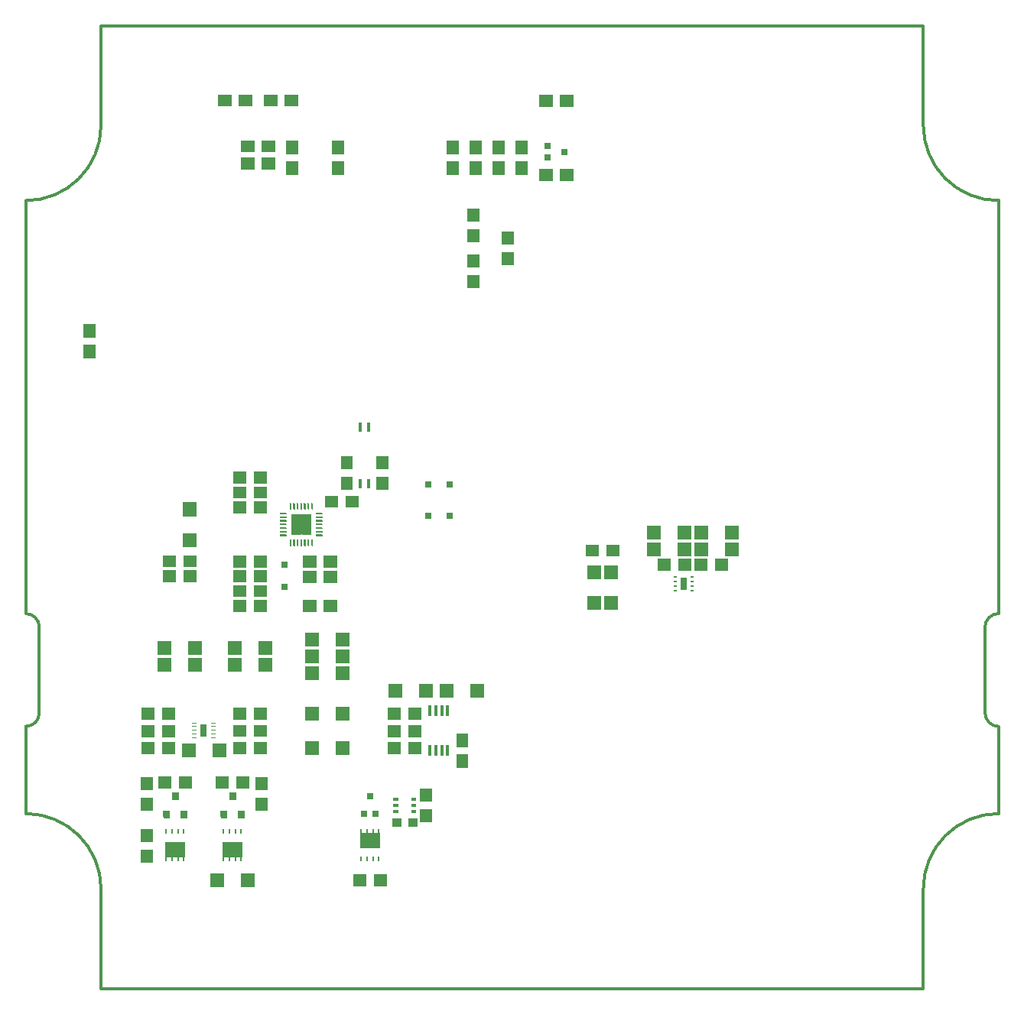
<source format=gbr>
G04 EasyPC Gerber Version 21.0.3 Build 4286 *
G04 #@! TF.Part,Single*
G04 #@! TF.FileFunction,Paste,Bot *
G04 #@! TF.FilePolarity,Positive *
%FSLAX35Y35*%
%MOIN*%
G04 #@! TA.AperFunction,SMDPad*
%ADD133R,0.00187X0.02550*%
%ADD125R,0.01054X0.02156*%
%ADD126R,0.01054X0.03337*%
%ADD129R,0.01172X0.05109*%
%ADD136R,0.01762X0.04124*%
%ADD130R,0.02550X0.02943*%
%ADD138R,0.02943X0.02943*%
%ADD123R,0.02943X0.05306*%
%ADD140R,0.02943X0.05699*%
%ADD119R,0.04900X0.05400*%
%ADD124R,0.05700X0.05700*%
%ADD134R,0.08652X0.08652*%
G04 #@! TD.AperFunction*
%ADD120C,0.00001*%
%ADD135C,0.00004*%
G04 #@! TA.AperFunction,SMDPad*
%ADD131C,0.00384*%
G04 #@! TD.AperFunction*
%ADD10C,0.01200*%
G04 #@! TA.AperFunction,SMDPad*
%ADD132R,0.02550X0.00187*%
%ADD122R,0.02156X0.00306*%
%ADD139R,0.01369X0.00502*%
%ADD141R,0.01762X0.00975*%
%ADD128R,0.02943X0.02550*%
%ADD137R,0.02943X0.02943*%
%ADD142R,0.03691X0.03337*%
%ADD121R,0.05400X0.04900*%
%ADD127R,0.08731X0.06683*%
X0Y0D02*
D02*
D10*
X418710Y123434D02*
Y160835D01*
G75*
G02X424616Y166741I5906*
G01*
Y346899*
G75*
G02X391820Y379694J32795*
G01*
Y423198*
X33395*
X33395Y379694*
G75*
G02X600Y346898I-32795*
G01*
Y166741*
G75*
G02X6506Y160836J-5906*
G01*
Y123434*
G75*
G02X600Y117529I-5906*
G01*
Y79497*
G75*
G02X33395Y46702J-32795*
G01*
Y3198*
X391820*
Y46702*
G75*
G02X424616Y79497I32795*
G01*
Y117529*
G75*
G02X418710Y123434J5905*
G01*
D02*
D119*
X28100Y281198D03*
Y290198D03*
X53100Y61198D03*
Y70198D03*
Y83698D03*
Y92698D03*
X103100Y83698D03*
Y92698D03*
X116670Y361198D03*
Y370198D03*
X136670Y361198D03*
Y370198D03*
X140413Y223698D03*
Y232698D03*
X155787Y223698D03*
Y232698D03*
X174996Y78698D03*
Y87698D03*
X186670Y361198D03*
Y370198D03*
X190702Y102537D03*
Y111537D03*
X195600Y311698D03*
Y320698D03*
Y331698D03*
Y340698D03*
X196670Y361198D03*
Y370198D03*
X206670Y361198D03*
Y370198D03*
X210600Y321698D03*
Y330698D03*
X216670Y361198D03*
Y370198D03*
D02*
D120*
X30550Y278498D02*
X25626D01*
Y283910*
X30550*
Y278498*
G36*
X25626*
Y283910*
X30550*
Y278498*
G37*
Y287498D02*
X25626D01*
Y292910*
X30550*
Y287498*
G36*
X25626*
Y292910*
X30550*
Y287498*
G37*
X50650Y63898D02*
X55574D01*
Y58486*
X50650*
Y63898*
G36*
X55574*
Y58486*
X50650*
Y63898*
G37*
Y72898D02*
X55574D01*
Y67486*
X50650*
Y72898*
G36*
X55574*
Y67486*
X50650*
Y72898*
G37*
Y86398D02*
X55574D01*
Y80986*
X50650*
Y86398*
G36*
X55574*
Y80986*
X50650*
Y86398*
G37*
Y95398D02*
X55574D01*
Y89986*
X50650*
Y95398*
G36*
X55574*
Y89986*
X50650*
Y95398*
G37*
X56300Y110648D02*
Y105724D01*
X50888*
Y110648*
X56300*
G36*
Y105724*
X50888*
Y110648*
X56300*
G37*
Y118148D02*
Y113224D01*
X50888*
Y118148*
X56300*
G36*
Y113224*
X50888*
Y118148*
X56300*
G37*
Y125648D02*
Y120724D01*
X50888*
Y125648*
X56300*
G36*
Y120724*
X50888*
Y125648*
X56300*
G37*
X60325Y180748D02*
Y185672D01*
X65737*
Y180748*
X60325*
G36*
Y185672*
X65737*
Y180748*
X60325*
G37*
Y187248D02*
Y192172D01*
X65737*
Y187248*
X60325*
G36*
Y192172*
X65737*
Y187248*
X60325*
G37*
X63135Y77789D02*
X60585D01*
Y80733*
X63135*
Y77789*
G36*
X60585*
Y80733*
X63135*
Y77789*
G37*
X63675Y147348D02*
Y141648D01*
X57975*
Y147348*
X63675*
G36*
Y141648*
X57975*
Y147348*
X63675*
G37*
Y154748D02*
Y149048D01*
X57975*
Y154748*
X63675*
G36*
Y149048*
X57975*
Y154748*
X63675*
G37*
X63800Y95648D02*
Y90724D01*
X58388*
Y95648*
X63800*
G36*
Y90724*
X58388*
Y95648*
X63800*
G37*
X65300Y110648D02*
Y105724D01*
X59888*
Y110648*
X65300*
G36*
Y105724*
X59888*
Y110648*
X65300*
G37*
Y118148D02*
Y113224D01*
X59888*
Y118148*
X65300*
G36*
Y113224*
X59888*
Y118148*
X65300*
G37*
Y125648D02*
Y120724D01*
X59888*
Y125648*
X65300*
G36*
Y120724*
X59888*
Y125648*
X65300*
G37*
X66875Y85663D02*
X64325D01*
Y88607*
X66875*
Y85663*
G36*
X64325*
Y88607*
X66875*
Y85663*
G37*
X69325Y180748D02*
Y185672D01*
X74737*
Y180748*
X69325*
G36*
Y185672*
X74737*
Y180748*
X69325*
G37*
Y187248D02*
Y192172D01*
X74737*
Y187248*
X69325*
G36*
Y192172*
X74737*
Y187248*
X69325*
G37*
X70615Y77789D02*
X68065D01*
Y80733*
X70615*
Y77789*
G36*
X68065*
Y80733*
X70615*
Y77789*
G37*
X72800Y95648D02*
Y90724D01*
X67388*
Y95648*
X72800*
G36*
Y90724*
X67388*
Y95648*
X72800*
G37*
X74250Y110008D02*
Y104308D01*
X68550*
Y110008*
X74250*
G36*
Y104308*
X68550*
Y110008*
X74250*
G37*
X74700Y196148D02*
X69000D01*
Y201848*
X74700*
Y196148*
G36*
X69000*
Y201848*
X74700*
Y196148*
G37*
Y209548D02*
X69000D01*
Y215248*
X74700*
Y209548*
G36*
X69000*
Y215248*
X74700*
Y209548*
G37*
X77075Y147348D02*
Y141648D01*
X71375*
Y147348*
X77075*
G36*
Y141648*
X71375*
Y147348*
X77075*
G37*
Y154748D02*
Y149048D01*
X71375*
Y154748*
X77075*
G36*
Y149048*
X71375*
Y154748*
X77075*
G37*
X81050Y47848D02*
Y53548D01*
X86750*
Y47848*
X81050*
G36*
Y53548*
X86750*
Y47848*
X81050*
G37*
X83400Y90748D02*
Y95672D01*
X88812*
Y90748*
X83400*
G36*
Y95672*
X88812*
Y90748*
X83400*
G37*
X84470Y388248D02*
Y393172D01*
X89882*
Y388248*
X84470*
G36*
Y393172*
X89882*
Y388248*
X84470*
G37*
X87650Y110008D02*
Y104308D01*
X81950*
Y110008*
X87650*
G36*
Y104308*
X81950*
Y110008*
X87650*
G37*
X88135Y77789D02*
X85585D01*
Y80733*
X88135*
Y77789*
G36*
X85585*
Y80733*
X88135*
Y77789*
G37*
X90900Y105748D02*
Y110672D01*
X96312*
Y105748*
X90900*
G36*
Y110672*
X96312*
Y105748*
X90900*
G37*
Y113248D02*
Y118172D01*
X96312*
Y113248*
X90900*
G36*
Y118172*
X96312*
Y113248*
X90900*
G37*
Y120748D02*
Y125672D01*
X96312*
Y120748*
X90900*
G36*
Y125672*
X96312*
Y120748*
X90900*
G37*
Y174248D02*
Y179172D01*
X96312*
Y174248*
X90900*
G36*
Y179172*
X96312*
Y174248*
X90900*
G37*
Y180748D02*
Y185672D01*
X96312*
Y180748*
X90900*
G36*
Y185672*
X96312*
Y180748*
X90900*
G37*
Y210748D02*
Y215672D01*
X96312*
Y210748*
X90900*
G36*
Y215672*
X96312*
Y210748*
X90900*
G37*
Y217248D02*
Y222172D01*
X96312*
Y217248*
X90900*
G36*
Y222172*
X96312*
Y217248*
X90900*
G37*
Y223748D02*
Y228672D01*
X96312*
Y223748*
X90900*
G36*
Y228672*
X96312*
Y223748*
X90900*
G37*
X91875Y85663D02*
X89325D01*
Y88607*
X91875*
Y85663*
G36*
X89325*
Y88607*
X91875*
Y85663*
G37*
X92400Y90748D02*
Y95672D01*
X97812*
Y90748*
X92400*
G36*
Y95672*
X97812*
Y90748*
X92400*
G37*
X93470Y388248D02*
Y393172D01*
X98882*
Y388248*
X93470*
G36*
Y393172*
X98882*
Y388248*
X93470*
G37*
X94250Y147348D02*
Y141648D01*
X88550*
Y147348*
X94250*
G36*
Y141648*
X88550*
Y147348*
X94250*
G37*
Y154748D02*
Y149048D01*
X88550*
Y154748*
X94250*
G36*
Y149048*
X88550*
Y154748*
X94250*
G37*
X94450Y47848D02*
Y53548D01*
X100150*
Y47848*
X94450*
G36*
Y53548*
X100150*
Y47848*
X94450*
G37*
X94470Y360748D02*
Y365672D01*
X99882*
Y360748*
X94470*
G36*
Y365672*
X99882*
Y360748*
X94470*
G37*
Y368248D02*
Y373172D01*
X99882*
Y368248*
X94470*
G36*
Y373172*
X99882*
Y368248*
X94470*
G37*
X95615Y77789D02*
X93065D01*
Y80733*
X95615*
Y77789*
G36*
X93065*
Y80733*
X95615*
Y77789*
G37*
X96300Y172648D02*
Y167724D01*
X90888*
Y172648*
X96300*
G36*
Y167724*
X90888*
Y172648*
X96300*
G37*
Y192148D02*
Y187224D01*
X90888*
Y192148*
X96300*
G36*
Y187224*
X90888*
Y192148*
X96300*
G37*
X99900Y105748D02*
Y110672D01*
X105312*
Y105748*
X99900*
G36*
Y110672*
X105312*
Y105748*
X99900*
G37*
Y113248D02*
Y118172D01*
X105312*
Y113248*
X99900*
G36*
Y118172*
X105312*
Y113248*
X99900*
G37*
Y120748D02*
Y125672D01*
X105312*
Y120748*
X99900*
G36*
Y125672*
X105312*
Y120748*
X99900*
G37*
Y174248D02*
Y179172D01*
X105312*
Y174248*
X99900*
G36*
Y179172*
X105312*
Y174248*
X99900*
G37*
Y180748D02*
Y185672D01*
X105312*
Y180748*
X99900*
G36*
Y185672*
X105312*
Y180748*
X99900*
G37*
Y210748D02*
Y215672D01*
X105312*
Y210748*
X99900*
G36*
Y215672*
X105312*
Y210748*
X99900*
G37*
Y217248D02*
Y222172D01*
X105312*
Y217248*
X99900*
G36*
Y222172*
X105312*
Y217248*
X99900*
G37*
Y223748D02*
Y228672D01*
X105312*
Y223748*
X99900*
G36*
Y228672*
X105312*
Y223748*
X99900*
G37*
X103470Y360748D02*
Y365672D01*
X108882*
Y360748*
X103470*
G36*
Y365672*
X108882*
Y360748*
X103470*
G37*
Y368248D02*
Y373172D01*
X108882*
Y368248*
X103470*
G36*
Y373172*
X108882*
Y368248*
X103470*
G37*
X104470Y388248D02*
Y393172D01*
X109882*
Y388248*
X104470*
G36*
Y393172*
X109882*
Y388248*
X104470*
G37*
X105300Y172648D02*
Y167724D01*
X99888*
Y172648*
X105300*
G36*
Y167724*
X99888*
Y172648*
X105300*
G37*
Y192148D02*
Y187224D01*
X99888*
Y192148*
X105300*
G36*
Y187224*
X99888*
Y192148*
X105300*
G37*
X105550Y80998D02*
X100626D01*
Y86410*
X105550*
Y80998*
G36*
X100626*
Y86410*
X105550*
Y80998*
G37*
Y89998D02*
X100626D01*
Y95410*
X105550*
Y89998*
G36*
X100626*
Y95410*
X105550*
Y89998*
G37*
X107650Y147348D02*
Y141648D01*
X101950*
Y147348*
X107650*
G36*
Y141648*
X101950*
Y147348*
X107650*
G37*
Y154748D02*
Y149048D01*
X101950*
Y154748*
X107650*
G36*
Y149048*
X101950*
Y154748*
X107650*
G37*
X113470Y388248D02*
Y393172D01*
X118882*
Y388248*
X113470*
G36*
Y393172*
X118882*
Y388248*
X113470*
G37*
X119120Y358498D02*
X114196D01*
Y363910*
X119120*
Y358498*
G36*
X114196*
Y363910*
X119120*
Y358498*
G37*
Y367498D02*
X114196D01*
Y372910*
X119120*
Y367498*
G36*
X114196*
Y372910*
X119120*
Y367498*
G37*
X121475Y167748D02*
Y172672D01*
X126887*
Y167748*
X121475*
G36*
Y172672*
X126887*
Y167748*
X121475*
G37*
Y180549D02*
Y185474D01*
X126887*
Y180549*
X121475*
G36*
Y185474*
X126887*
Y180549*
X121475*
G37*
Y187049D02*
Y191974D01*
X126887*
Y187049*
X121475*
G36*
Y191974*
X126887*
Y187049*
X121475*
G37*
X128000Y111048D02*
Y105348D01*
X122300*
Y111048*
X128000*
G36*
Y105348*
X122300*
Y111048*
X128000*
G37*
Y126048D02*
Y120348D01*
X122300*
Y126048*
X128000*
G36*
Y120348*
X122300*
Y126048*
X128000*
G37*
Y143748D02*
Y138048D01*
X122300*
Y143748*
X128000*
G36*
Y138048*
X122300*
Y143748*
X128000*
G37*
Y151048D02*
Y145348D01*
X122300*
Y151048*
X128000*
G36*
Y145348*
X122300*
Y151048*
X128000*
G37*
Y158348D02*
Y152648D01*
X122300*
Y158348*
X128000*
G36*
Y152648*
X122300*
Y158348*
X128000*
G37*
X130475Y167748D02*
Y172672D01*
X135887*
Y167748*
X130475*
G36*
Y172672*
X135887*
Y167748*
X130475*
G37*
Y180549D02*
Y185474D01*
X135887*
Y180549*
X130475*
G36*
Y185474*
X135887*
Y180549*
X130475*
G37*
Y187049D02*
Y191974D01*
X135887*
Y187049*
X130475*
G36*
Y191974*
X135887*
Y187049*
X130475*
G37*
X130900Y213248D02*
Y218172D01*
X136312*
Y213248*
X130900*
G36*
Y218172*
X136312*
Y213248*
X130900*
G37*
X139120Y358498D02*
X134196D01*
Y363910*
X139120*
Y358498*
G36*
X134196*
Y363910*
X139120*
Y358498*
G37*
Y367498D02*
X134196D01*
Y372910*
X139120*
Y367498*
G36*
X134196*
Y372910*
X139120*
Y367498*
G37*
X139900Y213248D02*
Y218172D01*
X145312*
Y213248*
X139900*
G36*
Y218172*
X145312*
Y213248*
X139900*
G37*
X141400Y111048D02*
Y105348D01*
X135700*
Y111048*
X141400*
G36*
Y105348*
X135700*
Y111048*
X141400*
G37*
Y126048D02*
Y120348D01*
X135700*
Y126048*
X141400*
G36*
Y120348*
X135700*
Y126048*
X141400*
G37*
Y143748D02*
Y138048D01*
X135700*
Y143748*
X141400*
G36*
Y138048*
X135700*
Y143748*
X141400*
G37*
Y151048D02*
Y145348D01*
X135700*
Y151048*
X141400*
G36*
Y145348*
X135700*
Y151048*
X141400*
G37*
Y158348D02*
Y152648D01*
X135700*
Y158348*
X141400*
G36*
Y152648*
X135700*
Y158348*
X141400*
G37*
X142863Y220998D02*
X137939D01*
Y226410*
X142863*
Y220998*
G36*
X137939*
Y226410*
X142863*
Y220998*
G37*
Y229998D02*
X137939D01*
Y235410*
X142863*
Y229998*
G36*
X137939*
Y235410*
X142863*
Y229998*
G37*
X148800Y53148D02*
Y48224D01*
X143388*
Y53148*
X148800*
G36*
Y48224*
X143388*
Y53148*
X148800*
G37*
X157800D02*
Y48224D01*
X152388*
Y53148*
X157800*
G36*
Y48224*
X152388*
Y53148*
X157800*
G37*
X158237Y220998D02*
X153313D01*
Y226410*
X158237*
Y220998*
G36*
X153313*
Y226410*
X158237*
Y220998*
G37*
Y229998D02*
X153313D01*
Y235410*
X158237*
Y229998*
G36*
X153313*
Y235410*
X158237*
Y229998*
G37*
X158400Y105748D02*
Y110672D01*
X163812*
Y105748*
X158400*
G36*
Y110672*
X163812*
Y105748*
X158400*
G37*
Y120748D02*
Y125672D01*
X163812*
Y120748*
X158400*
G36*
Y125672*
X163812*
Y120748*
X158400*
G37*
X163800Y118148D02*
Y113224D01*
X158388*
Y118148*
X163800*
G36*
Y113224*
X158388*
Y118148*
X163800*
G37*
X163950Y77372D02*
Y74048D01*
X160270*
Y77372*
X163950*
G36*
Y74048*
X160270*
Y77372*
X163950*
G37*
X164250Y136048D02*
Y130348D01*
X158550*
Y136048*
X164250*
G36*
Y130348*
X158550*
Y136048*
X164250*
G37*
X167400Y105748D02*
Y110672D01*
X172812*
Y105748*
X167400*
G36*
Y110672*
X172812*
Y105748*
X167400*
G37*
Y120748D02*
Y125672D01*
X172812*
Y120748*
X167400*
G36*
Y125672*
X172812*
Y120748*
X167400*
G37*
X170915Y77372D02*
Y74048D01*
X167234*
Y77372*
X170915*
G36*
Y74048*
X167234*
Y77372*
X170915*
G37*
X172800Y118148D02*
Y113224D01*
X167388*
Y118148*
X172800*
G36*
Y113224*
X167388*
Y118148*
X172800*
G37*
X177446Y75998D02*
X172522D01*
Y81410*
X177446*
Y75998*
G36*
X172522*
Y81410*
X177446*
Y75998*
G37*
Y84998D02*
X172522D01*
Y90410*
X177446*
Y84998*
G36*
X172522*
Y90410*
X177446*
Y84998*
G37*
X177650Y136048D02*
Y130348D01*
X171950*
Y136048*
X177650*
G36*
Y130348*
X171950*
Y136048*
X177650*
G37*
X181050Y130348D02*
Y136048D01*
X186750*
Y130348*
X181050*
G36*
Y136048*
X186750*
Y130348*
X181050*
G37*
X188252Y105237D02*
X193176D01*
Y99825*
X188252*
Y105237*
G36*
X193176*
Y99825*
X188252*
Y105237*
G37*
Y114237D02*
X193176D01*
Y108825*
X188252*
Y114237*
G36*
X193176*
Y108825*
X188252*
Y114237*
G37*
X189120Y358498D02*
X184196D01*
Y363910*
X189120*
Y358498*
G36*
X184196*
Y363910*
X189120*
Y358498*
G37*
Y367498D02*
X184196D01*
Y372910*
X189120*
Y367498*
G36*
X184196*
Y372910*
X189120*
Y367498*
G37*
X193150Y314398D02*
X198074D01*
Y308986*
X193150*
Y314398*
G36*
X198074*
Y308986*
X193150*
Y314398*
G37*
Y323398D02*
X198074D01*
Y317986*
X193150*
Y323398*
G36*
X198074*
Y317986*
X193150*
Y323398*
G37*
X194450Y130348D02*
Y136048D01*
X200150*
Y130348*
X194450*
G36*
Y136048*
X200150*
Y130348*
X194450*
G37*
X198050Y328998D02*
X193126D01*
Y334410*
X198050*
Y328998*
G36*
X193126*
Y334410*
X198050*
Y328998*
G37*
Y337998D02*
X193126D01*
Y343410*
X198050*
Y337998*
G36*
X193126*
Y343410*
X198050*
Y337998*
G37*
X199120Y358498D02*
X194196D01*
Y363910*
X199120*
Y358498*
G36*
X194196*
Y363910*
X199120*
Y358498*
G37*
Y367498D02*
X194196D01*
Y372910*
X199120*
Y367498*
G36*
X194196*
Y372910*
X199120*
Y367498*
G37*
X209120Y358498D02*
X204196D01*
Y363910*
X209120*
Y358498*
G36*
X204196*
Y363910*
X209120*
Y358498*
G37*
Y367498D02*
X204196D01*
Y372910*
X209120*
Y367498*
G36*
X204196*
Y372910*
X209120*
Y367498*
G37*
X213050Y318998D02*
X208126D01*
Y324410*
X213050*
Y318998*
G36*
X208126*
Y324410*
X213050*
Y318998*
G37*
Y327998D02*
X208126D01*
Y333410*
X213050*
Y327998*
G36*
X208126*
Y333410*
X213050*
Y327998*
G37*
X219120Y358498D02*
X214196D01*
Y363910*
X219120*
Y358498*
G36*
X214196*
Y363910*
X219120*
Y358498*
G37*
Y367498D02*
X214196D01*
Y372910*
X219120*
Y367498*
G36*
X214196*
Y372910*
X219120*
Y367498*
G37*
X224470Y355748D02*
Y360672D01*
X229882*
Y355748*
X224470*
G36*
Y360672*
X229882*
Y355748*
X224470*
G37*
X229870Y393148D02*
Y388224D01*
X224458*
Y393148*
X229870*
G36*
Y388224*
X224458*
Y393148*
X229870*
G37*
X233470Y355748D02*
Y360672D01*
X238882*
Y355748*
X233470*
G36*
Y360672*
X238882*
Y355748*
X233470*
G37*
X238870Y393148D02*
Y388224D01*
X233458*
Y393148*
X238870*
G36*
Y388224*
X233458*
Y393148*
X238870*
G37*
X250050Y196898D02*
Y191974D01*
X244638*
Y196898*
X250050*
G36*
Y191974*
X244638*
Y196898*
X250050*
G37*
X250950Y168648D02*
X245250D01*
Y174348*
X250950*
Y168648*
G36*
X245250*
Y174348*
X250950*
Y168648*
G37*
Y182048D02*
X245250D01*
Y187748*
X250950*
Y182048*
G36*
X245250*
Y187748*
X250950*
Y182048*
G37*
X258450Y168648D02*
X252750D01*
Y174348*
X258450*
Y168648*
G36*
X252750*
Y174348*
X258450*
Y168648*
G37*
Y182048D02*
X252750D01*
Y187748*
X258450*
Y182048*
G36*
X252750*
Y187748*
X258450*
Y182048*
G37*
X259050Y196898D02*
Y191974D01*
X253638*
Y196898*
X259050*
G36*
Y191974*
X253638*
Y196898*
X259050*
G37*
X277010Y197848D02*
Y192148D01*
X271310*
Y197848*
X277010*
G36*
Y192148*
X271310*
Y197848*
X277010*
G37*
Y205148D02*
Y199448D01*
X271310*
Y205148*
X277010*
G36*
Y199448*
X271310*
Y205148*
X277010*
G37*
X281300Y190648D02*
Y185724D01*
X275888*
Y190648*
X281300*
G36*
Y185724*
X275888*
Y190648*
X281300*
G37*
X290300D02*
Y185724D01*
X284888*
Y190648*
X290300*
G36*
Y185724*
X284888*
Y190648*
X290300*
G37*
X290410Y197848D02*
Y192148D01*
X284710*
Y197848*
X290410*
G36*
Y192148*
X284710*
Y197848*
X290410*
G37*
Y205148D02*
Y199448D01*
X284710*
Y205148*
X290410*
G36*
Y199448*
X284710*
Y205148*
X290410*
G37*
X291900Y185748D02*
Y190672D01*
X297312*
Y185748*
X291900*
G36*
Y190672*
X297312*
Y185748*
X291900*
G37*
X292010Y192148D02*
Y197848D01*
X297710*
Y192148*
X292010*
G36*
Y197848*
X297710*
Y192148*
X292010*
G37*
Y199448D02*
Y205148D01*
X297710*
Y199448*
X292010*
G36*
Y205148*
X297710*
Y199448*
X292010*
G37*
X300900Y185748D02*
Y190672D01*
X306312*
Y185748*
X300900*
G36*
Y190672*
X306312*
Y185748*
X300900*
G37*
X305410Y192148D02*
Y197848D01*
X311110*
Y192148*
X305410*
G36*
Y197848*
X311110*
Y192148*
X305410*
G37*
Y199448D02*
Y205148D01*
X311110*
Y199448*
X305410*
G36*
Y205148*
X311110*
Y199448*
X305410*
G37*
D02*
D121*
X53600Y108198D03*
Y115698D03*
Y123198D03*
X61100Y93198D03*
X62600Y108198D03*
Y115698D03*
Y123198D03*
X63025Y183198D03*
Y189698D03*
X70100Y93198D03*
X72025Y183198D03*
Y189698D03*
X86100Y93198D03*
X87170Y390698D03*
X93600Y108198D03*
Y115698D03*
Y123198D03*
Y170198D03*
Y176698D03*
Y183198D03*
Y189698D03*
Y213198D03*
Y219698D03*
Y226198D03*
X95100Y93198D03*
X96170Y390698D03*
X97170Y363198D03*
Y370698D03*
X102600Y108198D03*
Y115698D03*
Y123198D03*
Y170198D03*
Y176698D03*
Y183198D03*
Y189698D03*
Y213198D03*
Y219698D03*
Y226198D03*
X106170Y363198D03*
Y370698D03*
X107170Y390698D03*
X116170D03*
X124175Y170198D03*
Y182999D03*
Y189499D03*
X133175Y170198D03*
Y182999D03*
Y189499D03*
X133600Y215698D03*
X142600D03*
X146100Y50698D03*
X155100D03*
X161100Y108198D03*
Y115698D03*
Y123198D03*
X170100Y108198D03*
Y115698D03*
Y123198D03*
X227170Y358198D03*
Y390698D03*
X236170Y358198D03*
Y390698D03*
X247350Y194448D03*
X256350D03*
X278600Y188198D03*
X287600D03*
X294600D03*
X303600D03*
D02*
D122*
X73966Y112548D03*
Y114123D03*
Y115698D03*
Y117273D03*
Y118848D03*
X82234Y112548D03*
Y114123D03*
Y115698D03*
Y117273D03*
Y118848D03*
D02*
D123*
X78100Y115698D03*
D02*
D124*
X60825Y144498D03*
Y151898D03*
X71400Y107158D03*
X71850Y198998D03*
Y212398D03*
X74225Y144498D03*
Y151898D03*
X83900Y50698D03*
X84800Y107158D03*
X91400Y144498D03*
Y151898D03*
X97300Y50698D03*
X104800Y144498D03*
Y151898D03*
X125150Y108198D03*
Y123198D03*
Y140898D03*
Y148198D03*
Y155498D03*
X138550Y108198D03*
Y123198D03*
Y140898D03*
Y148198D03*
Y155498D03*
X161400Y133198D03*
X174800D03*
X183900D03*
X197300D03*
X248100Y171498D03*
Y184898D03*
X255600Y171498D03*
Y184898D03*
X274160Y194998D03*
Y202298D03*
X287560Y194998D03*
Y202298D03*
X294860Y194998D03*
Y202298D03*
X308260Y194998D03*
Y202298D03*
D02*
D125*
X61761Y71604D03*
X64320D03*
X66880D03*
X69439D03*
X86761D03*
X89320D03*
X91880D03*
X94439D03*
X146761Y59793D03*
X149320D03*
X151880D03*
X154439D03*
D02*
D126*
X61761Y60383D03*
X64320D03*
X66880D03*
X69439D03*
X86761D03*
X89320D03*
X91880D03*
X94439D03*
X146761Y71013D03*
X149320D03*
X151880D03*
X154439D03*
D02*
D127*
X65600Y63631D03*
X90600D03*
X150600Y67765D03*
D02*
D128*
X148041Y79458D03*
X150600Y86938D03*
X153159Y79458D03*
D02*
D129*
X176761Y107037D03*
Y124359D03*
X179320Y107037D03*
Y124359D03*
X181880Y107037D03*
Y124359D03*
X184439Y107037D03*
Y124359D03*
D02*
D130*
X61860Y79261D03*
X65600Y87135D03*
X69340Y79261D03*
X86860D03*
X90600Y87135D03*
X94340Y79261D03*
X227930Y365639D03*
Y370757D03*
X235410Y368198D03*
D02*
D131*
X144186Y146230D03*
Y148198D03*
Y150167D03*
X146154Y146230D03*
Y148198D03*
Y150167D03*
D02*
D132*
X112726Y200974D03*
Y202548D03*
Y204123D03*
Y205698D03*
Y207273D03*
Y208848D03*
Y210422D03*
X128474Y200974D03*
Y202548D03*
Y204123D03*
Y205698D03*
Y207273D03*
Y208848D03*
Y210422D03*
D02*
D133*
X115876Y197824D03*
Y213572D03*
X117450Y197824D03*
Y213572D03*
X119025Y197824D03*
Y213572D03*
X120600Y197824D03*
Y213572D03*
X122175Y197824D03*
Y213572D03*
X123750Y197824D03*
Y213572D03*
X125324Y197824D03*
Y213572D03*
D02*
D134*
X120600Y205698D03*
D02*
D135*
X114006Y201076D02*
Y200871D01*
X111446*
Y201076*
X114006*
G36*
Y200871*
X111446*
Y201076*
X114006*
G37*
Y202651D02*
Y202446D01*
X111446*
Y202651*
X114006*
G36*
Y202446*
X111446*
Y202651*
X114006*
G37*
Y204226D02*
Y204021D01*
X111446*
Y204226*
X114006*
G36*
Y204021*
X111446*
Y204226*
X114006*
G37*
Y205800D02*
Y205596D01*
X111446*
Y205800*
X114006*
G36*
Y205596*
X111446*
Y205800*
X114006*
G37*
Y207375D02*
Y207170D01*
X111446*
Y207375*
X114006*
G36*
Y207170*
X111446*
Y207375*
X114006*
G37*
Y208950D02*
Y208745D01*
X111446*
Y208950*
X114006*
G36*
Y208745*
X111446*
Y208950*
X114006*
G37*
Y210525D02*
Y210320D01*
X111446*
Y210525*
X114006*
G36*
Y210320*
X111446*
Y210525*
X114006*
G37*
X115978Y196544D02*
X115773D01*
Y199104*
X115978*
Y196544*
G36*
X115773*
Y199104*
X115978*
Y196544*
G37*
Y212293D02*
X115773D01*
Y214852*
X115978*
Y212293*
G36*
X115773*
Y214852*
X115978*
Y212293*
G37*
X117553Y196544D02*
X117348D01*
Y199104*
X117553*
Y196544*
G36*
X117348*
Y199104*
X117553*
Y196544*
G37*
Y212293D02*
X117348D01*
Y214852*
X117553*
Y212293*
G36*
X117348*
Y214852*
X117553*
Y212293*
G37*
X119128Y196544D02*
X118923D01*
Y199104*
X119128*
Y196544*
G36*
X118923*
Y199104*
X119128*
Y196544*
G37*
Y212293D02*
X118923D01*
Y214852*
X119128*
Y212293*
G36*
X118923*
Y214852*
X119128*
Y212293*
G37*
X120206Y205304D02*
Y201564D01*
X116466*
Y205304*
X120206*
G36*
Y201564*
X116466*
Y205304*
X120206*
G37*
Y209832D02*
Y206092D01*
X116466*
Y209832*
X120206*
G36*
Y206092*
X116466*
Y209832*
X120206*
G37*
X120702Y196544D02*
X120498D01*
Y199104*
X120702*
Y196544*
G36*
X120498*
Y199104*
X120702*
Y196544*
G37*
Y212293D02*
X120498D01*
Y214852*
X120702*
Y212293*
G36*
X120498*
Y214852*
X120702*
Y212293*
G37*
X122277Y196544D02*
X122072D01*
Y199104*
X122277*
Y196544*
G36*
X122072*
Y199104*
X122277*
Y196544*
G37*
Y212293D02*
X122072D01*
Y214852*
X122277*
Y212293*
G36*
X122072*
Y214852*
X122277*
Y212293*
G37*
X123852Y196544D02*
X123647D01*
Y199104*
X123852*
Y196544*
G36*
X123647*
Y199104*
X123852*
Y196544*
G37*
Y212293D02*
X123647D01*
Y214852*
X123852*
Y212293*
G36*
X123647*
Y214852*
X123852*
Y212293*
G37*
X124734Y205304D02*
Y201564D01*
X120994*
Y205304*
X124734*
G36*
Y201564*
X120994*
Y205304*
X124734*
G37*
Y209832D02*
Y206092D01*
X120994*
Y209832*
X124734*
G36*
Y206092*
X120994*
Y209832*
X124734*
G37*
X125427Y196544D02*
X125222D01*
Y199104*
X125427*
Y196544*
G36*
X125222*
Y199104*
X125427*
Y196544*
G37*
Y212293D02*
X125222D01*
Y214852*
X125427*
Y212293*
G36*
X125222*
Y214852*
X125427*
Y212293*
G37*
X129754Y201076D02*
Y200871D01*
X127194*
Y201076*
X129754*
G36*
Y200871*
X127194*
Y201076*
X129754*
G37*
Y202651D02*
Y202446D01*
X127194*
Y202651*
X129754*
G36*
Y202446*
X127194*
Y202651*
X129754*
G37*
Y204226D02*
Y204021D01*
X127194*
Y204226*
X129754*
G36*
Y204021*
X127194*
Y204226*
X129754*
G37*
Y205800D02*
Y205596D01*
X127194*
Y205800*
X129754*
G36*
Y205596*
X127194*
Y205800*
X129754*
G37*
Y207375D02*
Y207170D01*
X127194*
Y207375*
X129754*
G36*
Y207170*
X127194*
Y207375*
X129754*
G37*
Y208950D02*
Y208745D01*
X127194*
Y208950*
X129754*
G36*
Y208745*
X127194*
Y208950*
X129754*
G37*
Y210525D02*
Y210320D01*
X127194*
Y210525*
X129754*
G36*
Y210320*
X127194*
Y210525*
X129754*
G37*
X162541Y81123D02*
Y80151D01*
X160781*
Y81123*
X162541*
G36*
Y80151*
X160781*
Y81123*
X162541*
G37*
Y83682D02*
Y82710D01*
X160781*
Y83682*
X162541*
G36*
Y82710*
X160781*
Y83682*
X162541*
G37*
Y86241D02*
Y85269D01*
X160781*
Y86241*
X162541*
G36*
Y85269*
X160781*
Y86241*
X162541*
G37*
X170415Y81123D02*
Y80151D01*
X168655*
Y81123*
X170415*
G36*
Y80151*
X168655*
Y81123*
X170415*
G37*
Y83682D02*
Y82710D01*
X168655*
Y83682*
X170415*
G36*
Y82710*
X168655*
Y83682*
X170415*
G37*
Y86241D02*
Y85269D01*
X168655*
Y86241*
X170415*
G36*
Y85269*
X168655*
Y86241*
X170415*
G37*
D02*
D136*
X146328Y223296D03*
Y248100D03*
X149872Y223296D03*
Y248100D03*
D02*
D137*
X113387Y178474D03*
Y187922D03*
D02*
D138*
X175876Y209448D03*
Y223198D03*
X185324Y209448D03*
Y223198D03*
D02*
D139*
X283620Y176741D03*
Y178710D03*
Y180678D03*
Y182647D03*
X291100Y176741D03*
Y178710D03*
Y180678D03*
Y182647D03*
D02*
D140*
X287360Y179694D03*
D02*
D141*
X161663Y80639D03*
Y83198D03*
Y85757D03*
X169537Y80639D03*
Y83198D03*
Y85757D03*
D02*
D142*
X162100Y75698D03*
X169100D03*
X0Y0D02*
M02*

</source>
